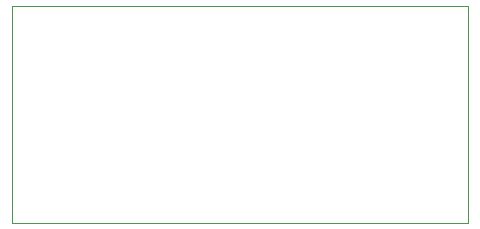
<source format=gbr>
G04 (created by PCBNEW (2013-may-18)-stable) date Mon 21 Sep 2015 01:58:13 PM CST*
%MOIN*%
G04 Gerber Fmt 3.4, Leading zero omitted, Abs format*
%FSLAX34Y34*%
G01*
G70*
G90*
G04 APERTURE LIST*
%ADD10C,0.00590551*%
%ADD11C,0.00393701*%
G04 APERTURE END LIST*
G54D10*
G54D11*
X51456Y-45984D02*
X51456Y-38740D01*
X66653Y-45984D02*
X51456Y-45984D01*
X66653Y-38740D02*
X66653Y-45984D01*
X51456Y-38740D02*
X66653Y-38740D01*
M02*

</source>
